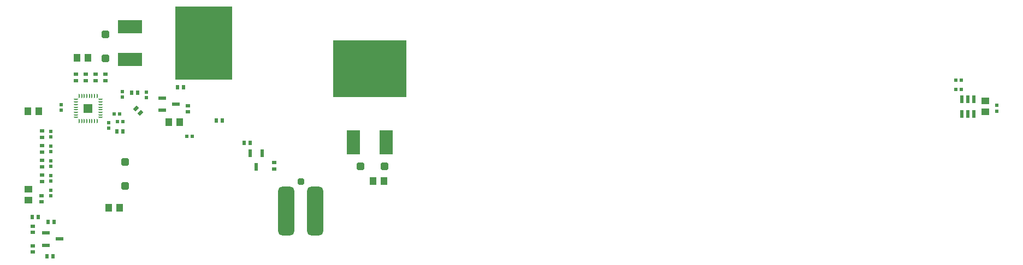
<source format=gbp>
G04*
G04 #@! TF.GenerationSoftware,Altium Limited,Altium Designer,23.0.1 (38)*
G04*
G04 Layer_Color=128*
%FSLAX44Y44*%
%MOMM*%
G71*
G04*
G04 #@! TF.SameCoordinates,8AFF7610-CFF1-491F-A99F-289BE66ABFEC*
G04*
G04*
G04 #@! TF.FilePolarity,Positive*
G04*
G01*
G75*
%ADD15R,1.0160X1.1430*%
%ADD20R,0.6000X0.5600*%
%ADD48R,1.2700X0.5588*%
G04:AMPARAMS|DCode=49|XSize=0.55mm|YSize=0.75mm|CornerRadius=0mm|HoleSize=0mm|Usage=FLASHONLY|Rotation=135.000|XOffset=0mm|YOffset=0mm|HoleType=Round|Shape=Rectangle|*
%AMROTATEDRECTD49*
4,1,4,0.4596,0.0707,-0.0707,-0.4596,-0.4596,-0.0707,0.0707,0.4596,0.4596,0.0707,0.0*
%
%ADD49ROTATEDRECTD49*%

%ADD50R,0.7500X0.5500*%
G04:AMPARAMS|DCode=51|XSize=0.2mm|YSize=0.6mm|CornerRadius=0.05mm|HoleSize=0mm|Usage=FLASHONLY|Rotation=270.000|XOffset=0mm|YOffset=0mm|HoleType=Round|Shape=RoundedRectangle|*
%AMROUNDEDRECTD51*
21,1,0.2000,0.5000,0,0,270.0*
21,1,0.1000,0.6000,0,0,270.0*
1,1,0.1000,-0.2500,-0.0500*
1,1,0.1000,-0.2500,0.0500*
1,1,0.1000,0.2500,0.0500*
1,1,0.1000,0.2500,-0.0500*
%
%ADD51ROUNDEDRECTD51*%
G04:AMPARAMS|DCode=52|XSize=0.2mm|YSize=0.6mm|CornerRadius=0.05mm|HoleSize=0mm|Usage=FLASHONLY|Rotation=0.000|XOffset=0mm|YOffset=0mm|HoleType=Round|Shape=RoundedRectangle|*
%AMROUNDEDRECTD52*
21,1,0.2000,0.5000,0,0,0.0*
21,1,0.1000,0.6000,0,0,0.0*
1,1,0.1000,0.0500,-0.2500*
1,1,0.1000,-0.0500,-0.2500*
1,1,0.1000,-0.0500,0.2500*
1,1,0.1000,0.0500,0.2500*
%
%ADD52ROUNDEDRECTD52*%
%ADD53R,1.4000X1.4000*%
%ADD54R,0.5080X1.2192*%
%ADD55R,1.1430X1.0160*%
%ADD56R,0.5500X0.7500*%
%ADD57R,0.5588X1.2700*%
%ADD58R,8.8900X11.4300*%
%ADD59R,3.8100X2.0828*%
%ADD60R,11.4300X8.8900*%
%ADD61R,2.0828X3.8100*%
G04:AMPARAMS|DCode=62|XSize=1mm|YSize=1mm|CornerRadius=0.25mm|HoleSize=0mm|Usage=FLASHONLY|Rotation=180.000|XOffset=0mm|YOffset=0mm|HoleType=Round|Shape=RoundedRectangle|*
%AMROUNDEDRECTD62*
21,1,1.0000,0.5000,0,0,180.0*
21,1,0.5000,1.0000,0,0,180.0*
1,1,0.5000,-0.2500,0.2500*
1,1,0.5000,0.2500,0.2500*
1,1,0.5000,0.2500,-0.2500*
1,1,0.5000,-0.2500,-0.2500*
%
%ADD62ROUNDEDRECTD62*%
G04:AMPARAMS|DCode=63|XSize=7.6mm|YSize=2.5mm|CornerRadius=0.625mm|HoleSize=0mm|Usage=FLASHONLY|Rotation=90.000|XOffset=0mm|YOffset=0mm|HoleType=Round|Shape=RoundedRectangle|*
%AMROUNDEDRECTD63*
21,1,7.6000,1.2500,0,0,90.0*
21,1,6.3500,2.5000,0,0,90.0*
1,1,1.2500,0.6250,3.1750*
1,1,1.2500,0.6250,-3.1750*
1,1,1.2500,-0.6250,-3.1750*
1,1,1.2500,-0.6250,3.1750*
%
%ADD63ROUNDEDRECTD63*%
G04:AMPARAMS|DCode=64|XSize=1.2mm|YSize=1.22mm|CornerRadius=0.3mm|HoleSize=0mm|Usage=FLASHONLY|Rotation=90.000|XOffset=0mm|YOffset=0mm|HoleType=Round|Shape=RoundedRectangle|*
%AMROUNDEDRECTD64*
21,1,1.2000,0.6200,0,0,90.0*
21,1,0.6000,1.2200,0,0,90.0*
1,1,0.6000,0.3100,0.3000*
1,1,0.6000,0.3100,-0.3000*
1,1,0.6000,-0.3100,-0.3000*
1,1,0.6000,-0.3100,0.3000*
%
%ADD64ROUNDEDRECTD64*%
G04:AMPARAMS|DCode=65|XSize=1.2mm|YSize=1.22mm|CornerRadius=0.3mm|HoleSize=0mm|Usage=FLASHONLY|Rotation=0.000|XOffset=0mm|YOffset=0mm|HoleType=Round|Shape=RoundedRectangle|*
%AMROUNDEDRECTD65*
21,1,1.2000,0.6200,0,0,0.0*
21,1,0.6000,1.2200,0,0,0.0*
1,1,0.6000,0.3000,-0.3100*
1,1,0.6000,-0.3000,-0.3100*
1,1,0.6000,-0.3000,0.3100*
1,1,0.6000,0.3000,0.3100*
%
%ADD65ROUNDEDRECTD65*%
%ADD66R,0.5600X0.6000*%
D15*
X-649859Y-46990D02*
D03*
X-632841D02*
D03*
X-851281Y-30480D02*
D03*
X-868299D02*
D03*
X-725551Y-180340D02*
D03*
X-742569D02*
D03*
X-791538Y52830D02*
D03*
X-774520D02*
D03*
X-333248Y-138430D02*
D03*
X-316230D02*
D03*
D20*
X-816610Y-19780D02*
D03*
Y-28480D02*
D03*
X-721360Y-8160D02*
D03*
Y540D02*
D03*
X633730Y-21240D02*
D03*
Y-29940D02*
D03*
X-742950Y-47720D02*
D03*
Y-56420D02*
D03*
X-832281Y-61520D02*
D03*
Y-70220D02*
D03*
Y-84380D02*
D03*
Y-93080D02*
D03*
Y-107240D02*
D03*
Y-115940D02*
D03*
Y-130100D02*
D03*
Y-138800D02*
D03*
Y-152960D02*
D03*
Y-161660D02*
D03*
X-684530Y-9430D02*
D03*
Y-730D02*
D03*
D48*
X-659384Y-9525D02*
D03*
Y-28575D02*
D03*
X-638556Y-19050D02*
D03*
X-840020Y-219236D02*
D03*
Y-238286D02*
D03*
X-819192Y-228761D02*
D03*
D49*
X-693871Y-32569D02*
D03*
X-700589Y-25851D02*
D03*
D50*
X-619760Y-31420D02*
D03*
Y-21920D02*
D03*
X-486230Y-110060D02*
D03*
Y-119560D02*
D03*
X-763090Y17600D02*
D03*
Y27100D02*
D03*
X-778330Y17600D02*
D03*
Y27100D02*
D03*
X-793570Y17600D02*
D03*
Y27100D02*
D03*
X-860086Y-218271D02*
D03*
Y-208771D02*
D03*
Y-239251D02*
D03*
Y-248751D02*
D03*
X-846251Y-70620D02*
D03*
Y-61120D02*
D03*
Y-93480D02*
D03*
Y-83980D02*
D03*
Y-116340D02*
D03*
Y-106840D02*
D03*
Y-139200D02*
D03*
Y-129700D02*
D03*
X-747850Y27100D02*
D03*
Y17600D02*
D03*
X-847090Y-161620D02*
D03*
Y-171120D02*
D03*
D51*
X-793670Y-11910D02*
D03*
Y-23910D02*
D03*
Y-15910D02*
D03*
Y-19910D02*
D03*
Y-27910D02*
D03*
Y-31910D02*
D03*
Y-35910D02*
D03*
Y-39910D02*
D03*
X-755370Y-11910D02*
D03*
Y-23910D02*
D03*
Y-15910D02*
D03*
Y-19910D02*
D03*
Y-27910D02*
D03*
Y-31910D02*
D03*
Y-35910D02*
D03*
Y-39910D02*
D03*
D52*
X-788520Y-6760D02*
D03*
X-776520D02*
D03*
X-784520D02*
D03*
X-780520D02*
D03*
X-772520D02*
D03*
X-768520D02*
D03*
X-764520D02*
D03*
X-760520D02*
D03*
X-788520Y-45060D02*
D03*
X-776520D02*
D03*
X-784520D02*
D03*
X-780520D02*
D03*
X-772520D02*
D03*
X-768520D02*
D03*
X-764520D02*
D03*
X-760520D02*
D03*
D53*
X-774520Y-25910D02*
D03*
D54*
X598780Y-34290D02*
D03*
X589280D02*
D03*
X579780D02*
D03*
Y-11430D02*
D03*
X589280D02*
D03*
X598780D02*
D03*
D55*
X-867410Y-168529D02*
D03*
Y-151511D02*
D03*
X615950Y-31369D02*
D03*
Y-14351D02*
D03*
D56*
X-851526Y-194471D02*
D03*
X-861026D02*
D03*
X-827100Y-201930D02*
D03*
X-836600D02*
D03*
X-828666Y-255431D02*
D03*
X-838166D02*
D03*
X-729740Y-61470D02*
D03*
X-720240D02*
D03*
X-532890Y-79250D02*
D03*
X-523390D02*
D03*
X-697560Y-1270D02*
D03*
X-707060D02*
D03*
X-626260Y7110D02*
D03*
X-635760D02*
D03*
X-566750Y-44450D02*
D03*
X-576250D02*
D03*
D57*
X-504645Y-95506D02*
D03*
X-523695D02*
D03*
X-514170Y-116334D02*
D03*
D58*
X-595450Y75690D02*
D03*
D59*
X-709750Y101090D02*
D03*
Y50290D02*
D03*
D60*
X-337820Y35560D02*
D03*
D61*
X-363220Y-78740D02*
D03*
X-312420D02*
D03*
D62*
X-444860Y-139720D02*
D03*
D63*
X-467360Y-185420D02*
D03*
X-422360D02*
D03*
D64*
X-717370Y-109160D02*
D03*
Y-145860D02*
D03*
X-747850Y52260D02*
D03*
Y88960D02*
D03*
D65*
X-315500Y-115570D02*
D03*
X-352200D02*
D03*
D66*
X-734600Y-34290D02*
D03*
X-725900D02*
D03*
X-729340Y-46230D02*
D03*
X-720640D02*
D03*
X570230Y3810D02*
D03*
X578930D02*
D03*
X570230Y17780D02*
D03*
X578930D02*
D03*
X-612690Y-69090D02*
D03*
X-621390D02*
D03*
M02*

</source>
